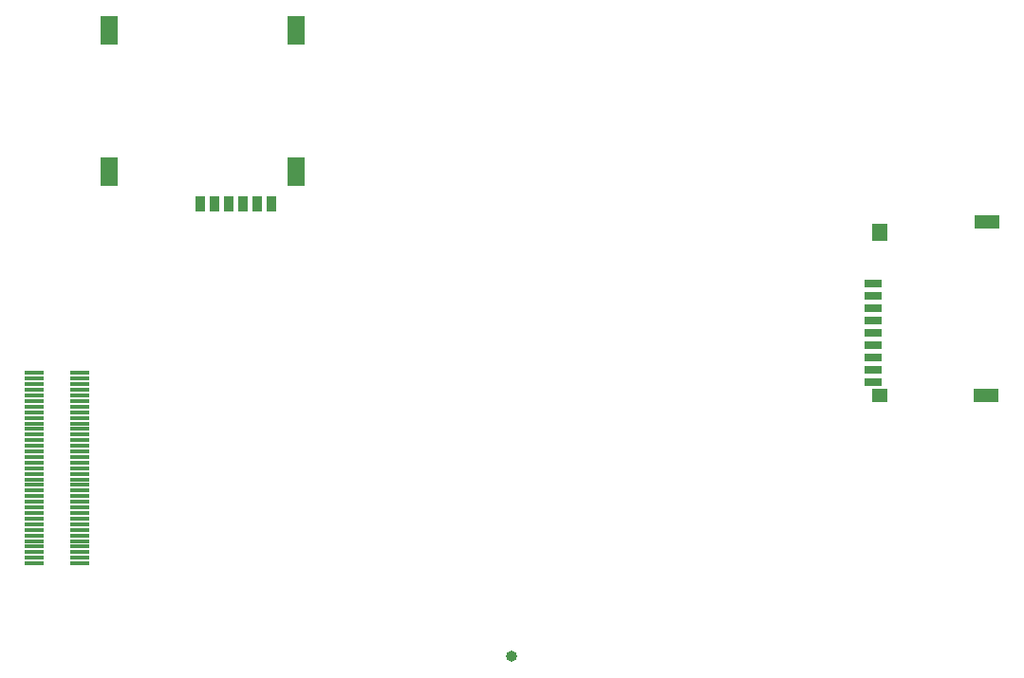
<source format=gtp>
%TF.GenerationSoftware,KiCad,Pcbnew,(6.0.7)*%
%TF.CreationDate,2023-01-05T15:45:52-03:00*%
%TF.ProjectId,EMAC2.0_PCB,454d4143-322e-4305-9f50-43422e6b6963,rev?*%
%TF.SameCoordinates,Original*%
%TF.FileFunction,Paste,Top*%
%TF.FilePolarity,Positive*%
%FSLAX46Y46*%
G04 Gerber Fmt 4.6, Leading zero omitted, Abs format (unit mm)*
G04 Created by KiCad (PCBNEW (6.0.7)) date 2023-01-05 15:45:52*
%MOMM*%
%LPD*%
G01*
G04 APERTURE LIST*
%ADD10R,1.800000X0.300000*%
%ADD11R,0.900000X1.350000*%
%ADD12R,1.560000X2.610000*%
%ADD13R,1.600000X0.700000*%
%ADD14R,1.400000X1.600000*%
%ADD15R,1.400000X1.200000*%
%ADD16R,2.200000X1.200000*%
%ADD17O,0.100000X0.100000*%
%ADD18R,0.100000X0.100000*%
%ADD19O,1.000000X1.000000*%
G04 APERTURE END LIST*
D10*
%TO.C,G30*%
X116000000Y-69750000D03*
X120000000Y-69750000D03*
X116000000Y-70250000D03*
X120000000Y-70250000D03*
X116000000Y-70750000D03*
X120000000Y-70750000D03*
X116000000Y-71250000D03*
X120000000Y-71250000D03*
X116000000Y-71750000D03*
X120000000Y-71750000D03*
X116000000Y-72250000D03*
X120000000Y-72250000D03*
X116000000Y-72750000D03*
X120000000Y-72750000D03*
X116000000Y-73250000D03*
X120000000Y-73250000D03*
X116000000Y-73750000D03*
X120000000Y-73750000D03*
X116000000Y-74250000D03*
X120000000Y-74250000D03*
X116000000Y-74750000D03*
X120000000Y-74750000D03*
X116000000Y-75250000D03*
X120000000Y-75250000D03*
X116000000Y-75750000D03*
X120000000Y-75750000D03*
X116000000Y-76250000D03*
X120000000Y-76250000D03*
X116000000Y-76750000D03*
X120000000Y-76750000D03*
X116000000Y-77250000D03*
X120000000Y-77250000D03*
X116000000Y-77750000D03*
X120000000Y-77750000D03*
X116000000Y-78250000D03*
X120000000Y-78250000D03*
X116000000Y-78750000D03*
X120000000Y-78750000D03*
X116000000Y-79250000D03*
X120000000Y-79250000D03*
X116000000Y-79750000D03*
X120000000Y-79750000D03*
X116000000Y-80250000D03*
X120000000Y-80250000D03*
X116000000Y-80750000D03*
X120000000Y-80750000D03*
X116000000Y-81250000D03*
X120000000Y-81250000D03*
X116000000Y-81750000D03*
X120000000Y-81750000D03*
X116000000Y-82250000D03*
X120000000Y-82250000D03*
X116000000Y-82750000D03*
X120000000Y-82750000D03*
X116000000Y-83250000D03*
X120000000Y-83250000D03*
X116000000Y-83750000D03*
X120000000Y-83750000D03*
X116000000Y-84250000D03*
X120000000Y-84250000D03*
X116000000Y-84750000D03*
X120000000Y-84750000D03*
X116000000Y-85250000D03*
X120000000Y-85250000D03*
X116000000Y-85750000D03*
X120000000Y-85750000D03*
X116000000Y-86250000D03*
X120000000Y-86250000D03*
X116000000Y-86750000D03*
X120000000Y-86750000D03*
%TD*%
D11*
%TO.C,SIM-KA-179*%
X135865000Y-54677500D03*
X133325000Y-54677500D03*
X130785000Y-54677500D03*
D12*
X122660000Y-51802500D03*
X139340000Y-51802500D03*
X122660000Y-39172500D03*
X139340000Y-39172500D03*
D11*
X137135000Y-54677500D03*
X134595000Y-54677500D03*
X132055000Y-54677500D03*
%TD*%
D13*
%TO.C,Micro_SD_Card1*%
X190800000Y-61750000D03*
X190800000Y-62850000D03*
X190800000Y-63950000D03*
X190800000Y-65050000D03*
X190800000Y-66150000D03*
X190800000Y-67250000D03*
X190800000Y-68350000D03*
X190800000Y-69450000D03*
D14*
X191400000Y-57150000D03*
D13*
X190800000Y-70550000D03*
D15*
X191400000Y-71750000D03*
D16*
X200900000Y-71750000D03*
X201000000Y-56250000D03*
%TD*%
D17*
%TO.C,Raspberry_Pi_Pico1*%
X158600000Y-89960000D03*
D18*
X158600000Y-92500000D03*
D19*
X158600000Y-95040000D03*
%TD*%
M02*

</source>
